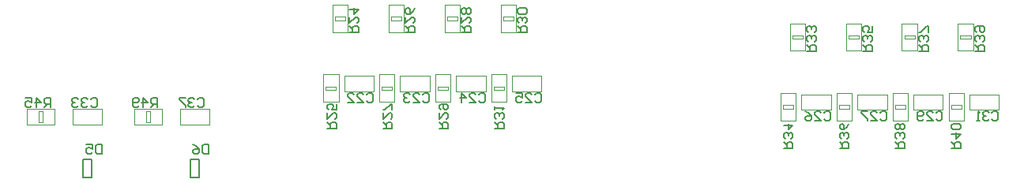
<source format=gbr>
%FSTAX42Y42*%
%MOMM*%
%SFA1B1*%

%IPPOS*%
%ADD30C,0.200000*%
%ADD31C,0.100000*%
%LNpcb_monitoring_top_front-1*%
%LPD*%
G54D30*
X-000396Y-001504D02*
X-000301D01*
Y-001304D02*
Y-001504D01*
X-000396Y-001304D02*
X-000301D01*
X-000396Y-001504D02*
Y-001304D01*
X000752Y-001504D02*
X000847D01*
Y-001304*
X000752D02*
X000847D01*
X000752Y-001504D02*
Y-001304D01*
X002642Y-000611D02*
X002659Y-000594D01*
X002692*
X002709Y-000611*
Y-000677*
X002692Y-000694*
X002659*
X002642Y-000677*
X002542Y-000694D02*
X002609D01*
X002542Y-000627*
Y-000611*
X002559Y-000594*
X002592*
X002609Y-000611*
X002442Y-000694D02*
X002509D01*
X002442Y-000627*
Y-000611*
X002459Y-000594*
X002492*
X002509Y-000611*
X003242D02*
X003259Y-000594D01*
X003292*
X003309Y-000611*
Y-000677*
X003292Y-000694*
X003259*
X003242Y-000677*
X003142Y-000694D02*
X003209D01*
X003142Y-000627*
Y-000611*
X003159Y-000594*
X003192*
X003209Y-000611*
X003109D02*
X003092Y-000594D01*
X003059*
X003042Y-000611*
Y-000627*
X003059Y-000644*
X003076*
X003059*
X003042Y-000661*
Y-000677*
X003059Y-000694*
X003092*
X003109Y-000677*
X003842Y-000611D02*
X003859Y-000594D01*
X003892*
X003909Y-000611*
Y-000677*
X003892Y-000694*
X003859*
X003842Y-000677*
X003742Y-000694D02*
X00381D01*
X003742Y-000627*
Y-000611*
X003759Y-000594*
X003792*
X00381Y-000611*
X003659Y-000694D02*
Y-000594D01*
X003709Y-000644*
X003642*
X004442Y-000611D02*
X004459Y-000594D01*
X004492*
X004509Y-000611*
Y-000677*
X004492Y-000694*
X004459*
X004442Y-000677*
X004342Y-000694D02*
X004409D01*
X004342Y-000627*
Y-000611*
X004359Y-000594*
X004392*
X004409Y-000611*
X004242Y-000594D02*
X004309D01*
Y-000644*
X004276Y-000627*
X004259*
X004242Y-000644*
Y-000677*
X004259Y-000694*
X004292*
X004309Y-000677*
X007542Y-000811D02*
X007559Y-000794D01*
X007592*
X007609Y-000811*
Y-000877*
X007592Y-000894*
X007559*
X007542Y-000877*
X007442Y-000894D02*
X007509D01*
X007442Y-000827*
Y-000811*
X007459Y-000794*
X007493*
X007509Y-000811*
X007342Y-000794D02*
X007376Y-000811D01*
X007409Y-000844*
Y-000877*
X007392Y-000894*
X007359*
X007342Y-000877*
Y-000861*
X007359Y-000844*
X007409*
X008142Y-000811D02*
X008159Y-000794D01*
X008192*
X008209Y-000811*
Y-000877*
X008192Y-000894*
X008159*
X008142Y-000877*
X008042Y-000894D02*
X008109D01*
X008042Y-000827*
Y-000811*
X008059Y-000794*
X008092*
X008109Y-000811*
X008009Y-000794D02*
X007942D01*
Y-000811*
X008009Y-000877*
Y-000894*
X008742Y-000811D02*
X008759Y-000794D01*
X008792*
X008809Y-000811*
Y-000877*
X008792Y-000894*
X008759*
X008742Y-000877*
X008642Y-000894D02*
X008709D01*
X008642Y-000827*
Y-000811*
X008659Y-000794*
X008692*
X008709Y-000811*
X008609Y-000877D02*
X008592Y-000894D01*
X008559*
X008542Y-000877*
Y-000811*
X008559Y-000794*
X008592*
X008609Y-000811*
Y-000827*
X008592Y-000844*
X008542*
X009342Y-000811D02*
X009359Y-000794D01*
X009392*
X009409Y-000811*
Y-000877*
X009392Y-000894*
X009359*
X009342Y-000877*
X009309Y-000811D02*
X009292Y-000794D01*
X009259*
X009242Y-000811*
Y-000827*
X009259Y-000844*
X009276*
X009259*
X009242Y-000861*
Y-000877*
X009259Y-000894*
X009292*
X009309Y-000877*
X009209Y-000894D02*
X009176D01*
X009192*
Y-000794*
X009209Y-000811*
X-000316Y-000666D02*
X-000299Y-000649D01*
X-000266*
X-000249Y-000666*
Y-000732*
X-000266Y-000749*
X-000299*
X-000316Y-000732*
X-000349Y-000666D02*
X-000366Y-000649D01*
X-000399*
X-000416Y-000666*
Y-000682*
X-000399Y-000699*
X-000382*
X-000399*
X-000416Y-000716*
Y-000732*
X-000399Y-000749*
X-000366*
X-000349Y-000732*
X-000449Y-000666D02*
X-000466Y-000649D01*
X-000499*
X-000516Y-000666*
Y-000682*
X-000499Y-000699*
X-000482*
X-000499*
X-000516Y-000716*
Y-000732*
X-000499Y-000749*
X-000466*
X-000449Y-000732*
X000832Y-000666D02*
X000849Y-000649D01*
X000882*
X000899Y-000666*
Y-000732*
X000882Y-000749*
X000849*
X000832Y-000732*
X000799Y-000666D02*
X000782Y-000649D01*
X000749*
X000732Y-000666*
Y-000682*
X000749Y-000699*
X000766*
X000749*
X000732Y-000716*
Y-000732*
X000749Y-000749*
X000782*
X000799Y-000732*
X000699Y-000649D02*
X000632D01*
Y-000666*
X000699Y-000732*
Y-000749*
X-000199Y-001149D02*
Y-001249D01*
X-000249*
X-000266Y-001232*
Y-001166*
X-000249Y-001149*
X-000199*
X-000366D02*
X-000299D01*
Y-001199*
X-000332Y-001182*
X-000349*
X-000366Y-001199*
Y-001232*
X-000349Y-001249*
X-000316*
X-000299Y-001232*
X000949Y-001149D02*
Y-001249D01*
X000899*
X000882Y-001232*
Y-001166*
X000899Y-001149*
X000949*
X000782D02*
X000816Y-001166D01*
X000849Y-001199*
Y-001232*
X000832Y-001249*
X000799*
X000782Y-001232*
Y-001216*
X000799Y-001199*
X000849*
X002459Y000054D02*
X002559D01*
Y000104*
X002542Y000121*
X002509*
X002492Y000104*
Y000054*
Y000087D02*
X002459Y000121D01*
Y000221D02*
Y000154D01*
X002526Y000221*
X002542*
X002559Y000204*
Y000171*
X002542Y000154*
X002459Y000304D02*
X002559D01*
X002509Y000254*
Y000321*
X002216Y-000976D02*
X002316D01*
Y-000927*
X0023Y-00091*
X002266*
X00225Y-000927*
Y-000976*
Y-000943D02*
X002216Y-00091D01*
Y-00081D02*
Y-000877D01*
X002283Y-00081*
X0023*
X002316Y-000827*
Y-00086*
X0023Y-000877*
X002316Y-00071D02*
Y-000777D01*
X002266*
X002283Y-000743*
Y-000727*
X002266Y-00071*
X002233*
X002216Y-000727*
Y-00076*
X002233Y-000777*
X003059Y000054D02*
X003159D01*
Y000104*
X003142Y000121*
X003109*
X003092Y000104*
Y000054*
Y000087D02*
X003059Y000121D01*
Y000221D02*
Y000154D01*
X003126Y000221*
X003142*
X003159Y000204*
Y000171*
X003142Y000154*
X003159Y000321D02*
X003142Y000287D01*
X003109Y000254*
X003076*
X003059Y000271*
Y000304*
X003076Y000321*
X003092*
X003109Y000304*
Y000254*
X002816Y-000976D02*
X002916D01*
Y-000927*
X0029Y-00091*
X002866*
X00285Y-000927*
Y-000976*
Y-000943D02*
X002816Y-00091D01*
Y-00081D02*
Y-000877D01*
X002883Y-00081*
X0029*
X002916Y-000827*
Y-00086*
X0029Y-000877*
X002916Y-000777D02*
Y-00071D01*
X0029*
X002833Y-000777*
X002816*
X003659Y000054D02*
X003759D01*
Y000104*
X003742Y000121*
X003709*
X003692Y000104*
Y000054*
Y000087D02*
X003659Y000121D01*
Y000221D02*
Y000154D01*
X003726Y000221*
X003742*
X003759Y000204*
Y000171*
X003742Y000154*
Y000254D02*
X003759Y000271D01*
Y000304*
X003742Y000321*
X003726*
X003709Y000304*
X003692Y000321*
X003676*
X003659Y000304*
Y000271*
X003676Y000254*
X003692*
X003709Y000271*
X003726Y000254*
X003742*
X003709Y000271D02*
Y000304D01*
X003416Y-000976D02*
X003516D01*
Y-000927*
X0035Y-00091*
X003466*
X00345Y-000927*
Y-000976*
Y-000943D02*
X003416Y-00091D01*
Y-00081D02*
Y-000877D01*
X003483Y-00081*
X0035*
X003516Y-000827*
Y-00086*
X0035Y-000877*
X003433Y-000777D02*
X003416Y-00076D01*
Y-000727*
X003433Y-00071*
X0035*
X003516Y-000727*
Y-00076*
X0035Y-000777*
X003483*
X003466Y-00076*
Y-00071*
X004259Y000054D02*
X004359D01*
Y000104*
X004342Y000121*
X004309*
X004292Y000104*
Y000054*
Y000087D02*
X004259Y000121D01*
X004342Y000154D02*
X004359Y000171D01*
Y000204*
X004342Y000221*
X004326*
X004309Y000204*
Y000187*
Y000204*
X004292Y000221*
X004276*
X004259Y000204*
Y000171*
X004276Y000154*
X004342Y000254D02*
X004359Y000271D01*
Y000304*
X004342Y000321*
X004276*
X004259Y000304*
Y000271*
X004276Y000254*
X004342*
X004016Y-000976D02*
X004116D01*
Y-000927*
X0041Y-00091*
X004066*
X00405Y-000927*
Y-000976*
Y-000943D02*
X004016Y-00091D01*
X0041Y-000877D02*
X004116Y-00086D01*
Y-000827*
X0041Y-00081*
X004083*
X004066Y-000827*
Y-000843*
Y-000827*
X00405Y-00081*
X004033*
X004016Y-000827*
Y-00086*
X004033Y-000877*
X004016Y-000777D02*
Y-000743D01*
Y-00076*
X004116*
X0041Y-000777*
X007359Y-000144D02*
X007459D01*
Y-000094*
X007442Y-000077*
X007409*
X007392Y-000094*
Y-000144*
Y-000111D02*
X007359Y-000077D01*
X007442Y-000044D02*
X007459Y-000027D01*
Y000004*
X007442Y000021*
X007426*
X007409Y000004*
Y-000011*
Y000004*
X007392Y000021*
X007376*
X007359Y000004*
Y-000027*
X007376Y-000044*
X007442Y000054D02*
X007459Y000071D01*
Y000104*
X007442Y000121*
X007426*
X007409Y000104*
Y000087*
Y000104*
X007392Y000121*
X007376*
X007359Y000104*
Y000071*
X007376Y000054*
X007109Y-001189D02*
X007209D01*
Y-001139*
X007192Y-001122*
X007159*
X007142Y-001139*
Y-001189*
Y-001156D02*
X007109Y-001122D01*
X007192Y-001089D02*
X007209Y-001072D01*
Y-001039*
X007192Y-001022*
X007176*
X007159Y-001039*
Y-001056*
Y-001039*
X007142Y-001022*
X007126*
X007109Y-001039*
Y-001072*
X007126Y-001089*
X007109Y-000939D02*
X007209D01*
X007159Y-000989*
Y-000922*
X007959Y-000144D02*
X008059D01*
Y-000094*
X008042Y-000077*
X008009*
X007992Y-000094*
Y-000144*
Y-000111D02*
X007959Y-000077D01*
X008042Y-000044D02*
X008059Y-000027D01*
Y000004*
X008042Y000021*
X008026*
X008009Y000004*
Y-000011*
Y000004*
X007992Y000021*
X007976*
X007959Y000004*
Y-000027*
X007976Y-000044*
X008059Y000121D02*
Y000054D01*
X008009*
X008026Y000087*
Y000104*
X008009Y000121*
X007976*
X007959Y000104*
Y000071*
X007976Y000054*
X007709Y-001189D02*
X007809D01*
Y-001139*
X007792Y-001122*
X007759*
X007742Y-001139*
Y-001189*
Y-001156D02*
X007709Y-001122D01*
X007792Y-001089D02*
X007809Y-001072D01*
Y-001039*
X007792Y-001022*
X007776*
X007759Y-001039*
Y-001056*
Y-001039*
X007742Y-001022*
X007726*
X007709Y-001039*
Y-001072*
X007726Y-001089*
X007809Y-000922D02*
X007792Y-000956D01*
X007759Y-000989*
X007726*
X007709Y-000972*
Y-000939*
X007726Y-000922*
X007742*
X007759Y-000939*
Y-000989*
X008559Y-000144D02*
X008659D01*
Y-000094*
X008642Y-000077*
X008609*
X008592Y-000094*
Y-000144*
Y-000111D02*
X008559Y-000077D01*
X008642Y-000044D02*
X008659Y-000027D01*
Y000004*
X008642Y000021*
X008626*
X008609Y000004*
Y-000011*
Y000004*
X008592Y000021*
X008576*
X008559Y000004*
Y-000027*
X008576Y-000044*
X008659Y000054D02*
Y000121D01*
X008642*
X008576Y000054*
X008559*
X008309Y-001189D02*
X008409D01*
Y-001139*
X008392Y-001122*
X008359*
X008342Y-001139*
Y-001189*
Y-001156D02*
X008309Y-001122D01*
X008392Y-001089D02*
X008409Y-001072D01*
Y-001039*
X008392Y-001022*
X008376*
X008359Y-001039*
Y-001056*
Y-001039*
X008342Y-001022*
X008326*
X008309Y-001039*
Y-001072*
X008326Y-001089*
X008392Y-000989D02*
X008409Y-000972D01*
Y-000939*
X008392Y-000922*
X008376*
X008359Y-000939*
X008342Y-000922*
X008326*
X008309Y-000939*
Y-000972*
X008326Y-000989*
X008342*
X008359Y-000972*
X008376Y-000989*
X008392*
X008359Y-000972D02*
Y-000939D01*
X009159Y-000144D02*
X009259D01*
Y-000094*
X009242Y-000077*
X009209*
X009192Y-000094*
Y-000144*
Y-000111D02*
X009159Y-000077D01*
X009242Y-000044D02*
X009259Y-000027D01*
Y000004*
X009242Y000021*
X009226*
X009209Y000004*
Y-000011*
Y000004*
X009192Y000021*
X009176*
X009159Y000004*
Y-000027*
X009176Y-000044*
Y000054D02*
X009159Y000071D01*
Y000104*
X009176Y000121*
X009242*
X009259Y000104*
Y000071*
X009242Y000054*
X009226*
X009209Y000071*
Y000121*
X008909Y-001189D02*
X009009D01*
Y-001139*
X008992Y-001122*
X008959*
X008942Y-001139*
Y-001189*
Y-001156D02*
X008909Y-001122D01*
Y-001039D02*
X009009D01*
X008959Y-001089*
Y-001022*
X008992Y-000989D02*
X009009Y-000972D01*
Y-000939*
X008992Y-000922*
X008926*
X008909Y-000939*
Y-000972*
X008926Y-000989*
X008992*
X-000749Y-000749D02*
Y-000649D01*
X-000799*
X-000816Y-000666*
Y-000699*
X-000799Y-000716*
X-000749*
X-000782D02*
X-000816Y-000749D01*
X-000899D02*
Y-000649D01*
X-000849Y-000699*
X-000916*
X-001016Y-000649D02*
X-000949D01*
Y-000699*
X-000982Y-000682*
X-000999*
X-001016Y-000699*
Y-000732*
X-000999Y-000749*
X-000966*
X-000949Y-000732*
X000399Y-000749D02*
Y-000649D01*
X000349*
X000332Y-000666*
Y-000699*
X000349Y-000716*
X000399*
X000366D02*
X000332Y-000749D01*
X000249D02*
Y-000649D01*
X000299Y-000699*
X000232*
X000199Y-000732D02*
X000182Y-000749D01*
X000149*
X000132Y-000732*
Y-000666*
X000149Y-000649*
X000182*
X000199Y-000666*
Y-000682*
X000182Y-000699*
X000132*
G54D31*
X002717Y-000576D02*
Y-000411D01*
X002402Y-000576D02*
X002717D01*
X002402Y-000411D02*
X002717D01*
X002402Y-000576D02*
Y-000411D01*
X003316Y-000577D02*
Y-000411D01*
X003001Y-000577D02*
X003316D01*
X003001Y-000411D02*
X003316D01*
X003001Y-000577D02*
Y-000411D01*
X003916Y-000576D02*
Y-000411D01*
X003602Y-000576D02*
X003916D01*
X003602Y-000411D02*
X003916D01*
X003602Y-000576D02*
Y-000411D01*
X004516Y-000576D02*
Y-000411D01*
X004202Y-000576D02*
X004516D01*
X004202Y-000411D02*
X004516D01*
X004202Y-000576D02*
Y-000411D01*
X007617Y-000776D02*
Y-000611D01*
X007302Y-000776D02*
X007617D01*
X007302Y-000611D02*
X007617D01*
X007302Y-000776D02*
Y-000611D01*
X008217Y-000776D02*
Y-000611D01*
X007902Y-000776D02*
X008217D01*
X007902Y-000611D02*
X008217D01*
X007902Y-000776D02*
Y-000611D01*
X008817Y-000776D02*
Y-000611D01*
X008502Y-000776D02*
X008817D01*
X008502Y-000611D02*
X008817D01*
X008502Y-000776D02*
Y-000611D01*
X009417Y-000776D02*
Y-000611D01*
X009102Y-000776D02*
X009417D01*
X009102Y-000611D02*
X009417D01*
X009102Y-000776D02*
Y-000611D01*
X-000191Y-000931D02*
Y-000767D01*
X-000506Y-000931D02*
X-000191D01*
X-000506Y-000767D02*
X-000191D01*
X-000506Y-000931D02*
Y-000767D01*
X000956Y-000931D02*
Y-000767D01*
X000642Y-000931D02*
X000956D01*
X000642Y-000767D02*
X000956D01*
X000642Y-000931D02*
Y-000767D01*
X002277Y000352D02*
X002442D01*
Y000057D02*
Y000352D01*
X002277Y000057D02*
Y000352D01*
Y000057D02*
X002442D01*
X002303Y000224D02*
X002415D01*
X002303Y000184D02*
Y000224D01*
Y000184D02*
X002415D01*
Y000224*
X002176Y-000692D02*
X002341D01*
X002176D02*
Y-000396D01*
X002341Y-000692D02*
Y-000396D01*
X002176D02*
X002341D01*
X002203Y-000564D02*
X002315D01*
Y-000524*
X002203D02*
X002315D01*
X002203Y-000564D02*
Y-000524D01*
X002877Y000352D02*
X003042D01*
Y000057D02*
Y000352D01*
X002877Y000057D02*
Y000352D01*
Y000057D02*
X003042D01*
X002903Y000224D02*
X003015D01*
X002903Y000184D02*
Y000224D01*
Y000184D02*
X003015D01*
Y000224*
X002776Y-000692D02*
X002941D01*
X002776D02*
Y-000396D01*
X002941Y-000692D02*
Y-000396D01*
X002776D02*
X002941D01*
X002803Y-000564D02*
X002915D01*
Y-000524*
X002803D02*
X002915D01*
X002803Y-000564D02*
Y-000524D01*
X003477Y000352D02*
X003641D01*
Y000057D02*
Y000352D01*
X003477Y000057D02*
Y000352D01*
Y000057D02*
X003641D01*
X003503Y000224D02*
X003615D01*
X003503Y000184D02*
Y000224D01*
Y000184D02*
X003615D01*
Y000224*
X003377Y-000691D02*
X003541D01*
X003377D02*
Y-000396D01*
X003541Y-000691D02*
Y-000396D01*
X003377D02*
X003541D01*
X003403Y-000564D02*
X003515D01*
Y-000524*
X003403D02*
X003515D01*
X003403Y-000564D02*
Y-000524D01*
X004077Y000352D02*
X004242D01*
X004241Y000057D02*
X004242Y000352D01*
X004077Y000057D02*
Y000352D01*
Y000057D02*
X004241D01*
X004103Y000224D02*
X004215D01*
X004103Y000184D02*
Y000224D01*
Y000184D02*
X004215D01*
Y000224*
X003977Y-000691D02*
X004142D01*
X003977D02*
Y-000396D01*
X004142Y-000691D02*
Y-000396D01*
X003977D02*
X004142D01*
X004003Y-000564D02*
X004115D01*
Y-000524*
X004003D02*
X004115D01*
X004003Y-000564D02*
Y-000524D01*
X007177Y000152D02*
X007342D01*
Y-000141D02*
Y000152D01*
X007177D02*
Y-000141D01*
X007342*
X007203Y000024D02*
X007315D01*
X007203Y-000014D02*
Y000024D01*
Y-000014D02*
X007315D01*
Y000024*
X007077Y-000891D02*
X007242D01*
X007077D02*
Y-000596D01*
X007242Y-000891D02*
Y-000596D01*
X007077D02*
X007242D01*
X007103Y-000764D02*
X007215D01*
Y-000724*
X007103D02*
X007215D01*
X007103Y-000764D02*
Y-000724D01*
X007777Y000152D02*
X007942D01*
Y-000141D02*
Y000152D01*
X007777Y-000141D02*
Y000152D01*
Y-000141D02*
X007942D01*
X007803Y000024D02*
X007915D01*
X007803Y-000014D02*
Y000024D01*
Y-000014D02*
X007915D01*
Y000024*
X007677Y-000891D02*
X007842D01*
X007677D02*
Y-000596D01*
X007842Y-000891D02*
Y-000596D01*
X007677D02*
X007842D01*
X007703Y-000764D02*
X007815D01*
Y-000724*
X007703D02*
X007815D01*
X007703Y-000764D02*
Y-000724D01*
X008377Y000152D02*
X008542D01*
Y-000141D02*
Y000152D01*
X008377Y-000141D02*
Y000152D01*
Y-000141D02*
X008542D01*
X008403Y000024D02*
X008515D01*
X008403Y-000014D02*
Y000024D01*
Y-000014D02*
X008515D01*
Y000024*
X008277Y-000891D02*
X008442D01*
X008277D02*
Y-000596D01*
X008442D02*
Y-000891D01*
X008277Y-000596D02*
X008442D01*
X008303Y-000764D02*
X008415D01*
Y-000724*
X008303D02*
X008415D01*
X008303Y-000764D02*
Y-000724D01*
X008977Y000152D02*
X009142D01*
Y-000141D02*
Y000152D01*
X008977D02*
Y-000141D01*
X009142*
X009003Y000024D02*
X009115D01*
X009003Y-000014D02*
Y000024D01*
Y-000014D02*
X009115D01*
Y000024*
X008877Y-000891D02*
X009042D01*
X008877Y-000596D02*
Y-000891D01*
X009042D02*
Y-000596D01*
X008877D02*
X009042D01*
X008903Y-000764D02*
X009015D01*
Y-000724*
X008903D02*
X009015D01*
X008903Y-000764D02*
Y-000724D01*
X-000702Y-000931D02*
Y-000767D01*
X-000997Y-000931D02*
X-000702D01*
X-000997Y-000767D02*
X-000702D01*
X-000997Y-000931D02*
Y-000767D01*
X-000829Y-000905D02*
Y-000793D01*
X-000869D02*
X-000829D01*
X-000869Y-000905D02*
Y-000793D01*
Y-000905D02*
X-000829D01*
X000446Y-000931D02*
Y-000767D01*
X000151Y-000931D02*
X000446D01*
X000151Y-000767D02*
X000446D01*
X000151Y-000931D02*
Y-000767D01*
X000319Y-000905D02*
Y-000793D01*
X000279D02*
X000319D01*
X000279D02*
Y-000905D01*
X000319*
M02*
</source>
